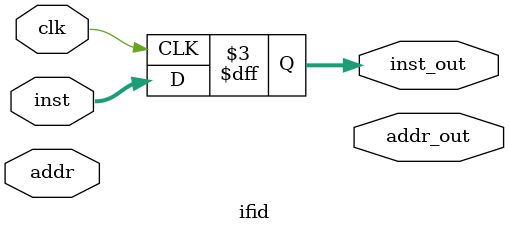
<source format=v>
module ifid(clk, addr, inst, addr_out, inst_out);
	// init inputs
	input clk;
	input [7:0] addr;
	input [31:0] inst;

	// init outputs
	output reg [7:0] addr_out;
	output reg [31:0] inst_out;

always@(posedge clk)
begin

	// assign outputs to corresponding inputs
    inst_out = inst;
    addr = addr_out;

end

endmodule
</source>
